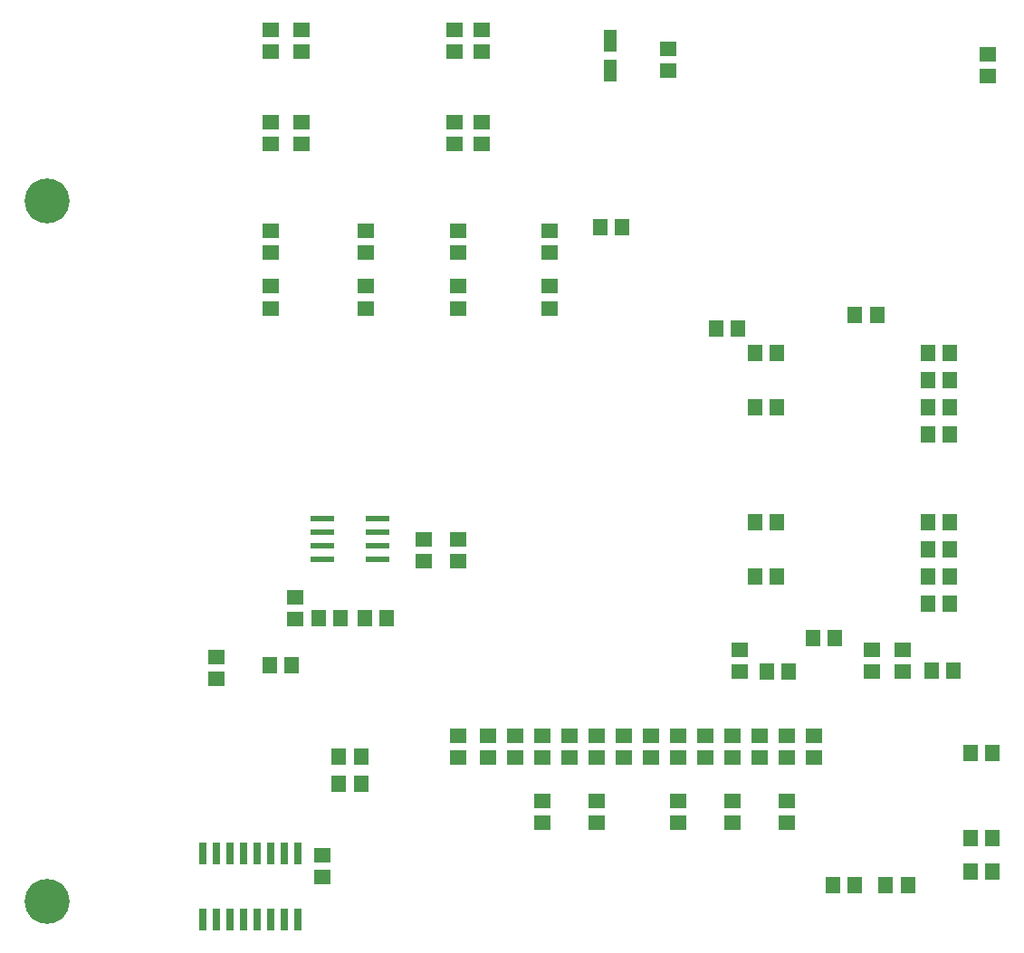
<source format=gtp>
G04 MADE WITH FRITZING*
G04 WWW.FRITZING.ORG*
G04 DOUBLE SIDED*
G04 HOLES PLATED*
G04 CONTOUR ON CENTER OF CONTOUR VECTOR*
%ASAXBY*%
%FSLAX23Y23*%
%MOIN*%
%OFA0B0*%
%SFA1.0B1.0*%
%ADD10C,0.165354*%
%ADD11R,0.059055X0.055118*%
%ADD12R,0.026000X0.080000*%
%ADD13R,0.047244X0.078740*%
%ADD14R,0.087000X0.024000*%
%ADD15R,0.055118X0.059055*%
%ADD16R,0.001000X0.001000*%
%LNPASTEMASK1*%
G90*
G70*
G54D10*
X142Y2958D03*
X142Y376D03*
G54D11*
X767Y1279D03*
X767Y1199D03*
G54D12*
X717Y311D03*
X767Y311D03*
X817Y311D03*
X867Y311D03*
X917Y311D03*
X967Y311D03*
X1017Y311D03*
X1067Y311D03*
X1067Y553D03*
X1017Y553D03*
X967Y553D03*
X917Y553D03*
X867Y553D03*
X817Y553D03*
X767Y553D03*
X717Y553D03*
G54D13*
X2217Y3439D03*
X2217Y3549D03*
G54D14*
X1155Y1786D03*
X1155Y1736D03*
X1155Y1686D03*
X1155Y1636D03*
X1361Y1636D03*
X1361Y1686D03*
X1361Y1736D03*
X1361Y1786D03*
G54D11*
X1155Y468D03*
X1155Y549D03*
G54D15*
X2605Y2486D03*
X2686Y2486D03*
G54D11*
X2430Y3517D03*
X2430Y3436D03*
X3605Y3499D03*
X3605Y3418D03*
X1055Y1499D03*
X1055Y1418D03*
X1530Y1711D03*
X1530Y1631D03*
X1742Y3168D03*
X1742Y3249D03*
X1642Y3506D03*
X1642Y3586D03*
X1742Y3506D03*
X1742Y3586D03*
X1642Y3168D03*
X1642Y3249D03*
X1080Y3506D03*
X1080Y3586D03*
X967Y3506D03*
X967Y3586D03*
X1080Y3168D03*
X1080Y3249D03*
X967Y3168D03*
X967Y3249D03*
G54D15*
X3467Y2399D03*
X3387Y2399D03*
X3387Y2099D03*
X3467Y2099D03*
X3467Y2199D03*
X3387Y2199D03*
X3467Y2299D03*
X3387Y2299D03*
X3198Y2536D03*
X3117Y2536D03*
X3387Y1474D03*
X3467Y1474D03*
X3467Y1574D03*
X3387Y1574D03*
X3467Y1674D03*
X3387Y1674D03*
X3467Y1774D03*
X3387Y1774D03*
G54D11*
X967Y2562D03*
X967Y2643D03*
X1317Y2562D03*
X1317Y2643D03*
X1655Y2562D03*
X1655Y2643D03*
X1992Y2562D03*
X1992Y2643D03*
X967Y2848D03*
X967Y2767D03*
X1317Y2848D03*
X1317Y2767D03*
X1655Y2848D03*
X1655Y2767D03*
X1992Y2848D03*
X1992Y2767D03*
G54D15*
X2749Y2199D03*
X2830Y2199D03*
X2830Y2399D03*
X2749Y2399D03*
X1298Y811D03*
X1217Y811D03*
G54D11*
X2667Y668D03*
X2667Y749D03*
X2467Y668D03*
X2467Y749D03*
X2167Y668D03*
X2167Y749D03*
X1655Y1711D03*
X1655Y1631D03*
G54D15*
X2962Y1349D03*
X3042Y1349D03*
G54D11*
X3180Y1304D03*
X3180Y1224D03*
G54D15*
X2180Y2861D03*
X2261Y2861D03*
G54D11*
X1967Y906D03*
X1967Y986D03*
G54D15*
X1142Y1420D03*
X1223Y1420D03*
X1042Y1249D03*
X962Y1249D03*
G54D11*
X1867Y906D03*
X1867Y986D03*
G54D15*
X1298Y911D03*
X1217Y911D03*
G54D11*
X1655Y906D03*
X1655Y986D03*
G54D15*
X3480Y1226D03*
X3399Y1226D03*
G54D11*
X2692Y1224D03*
X2692Y1304D03*
G54D15*
X3623Y924D03*
X3542Y924D03*
X3231Y436D03*
X3312Y436D03*
X3117Y436D03*
X3037Y436D03*
X3623Y486D03*
X3542Y486D03*
X3542Y611D03*
X3623Y611D03*
G54D11*
X2767Y906D03*
X2767Y986D03*
X2867Y668D03*
X2867Y749D03*
X2967Y906D03*
X2967Y986D03*
X1967Y668D03*
X1967Y749D03*
X1767Y906D03*
X1767Y986D03*
X2067Y906D03*
X2067Y986D03*
G54D15*
X1392Y1420D03*
X1312Y1420D03*
G54D11*
X2867Y906D03*
X2867Y986D03*
X2667Y906D03*
X2667Y986D03*
X2467Y906D03*
X2467Y986D03*
X2167Y906D03*
X2167Y986D03*
X2567Y906D03*
X2567Y986D03*
X2367Y906D03*
X2367Y986D03*
X2267Y906D03*
X2267Y986D03*
G54D15*
X2749Y1574D03*
X2830Y1574D03*
X2830Y1774D03*
X2749Y1774D03*
X2873Y1224D03*
X2792Y1224D03*
G54D11*
X3292Y1224D03*
X3292Y1304D03*
G54D16*
D02*
G04 End of PasteMask1*
M02*
</source>
